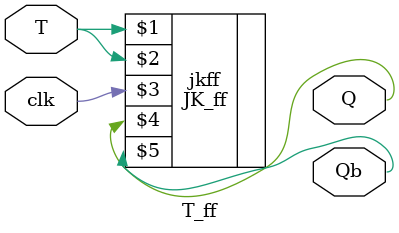
<source format=v>

`include "JK_ff_v3.v"

module T_ff(
  input wire T,
  input wire clk,
  output wire Q,
  output wire Qb);

  JK_ff jkff( T, T, clk, Q, Qb);

endmodule

</source>
